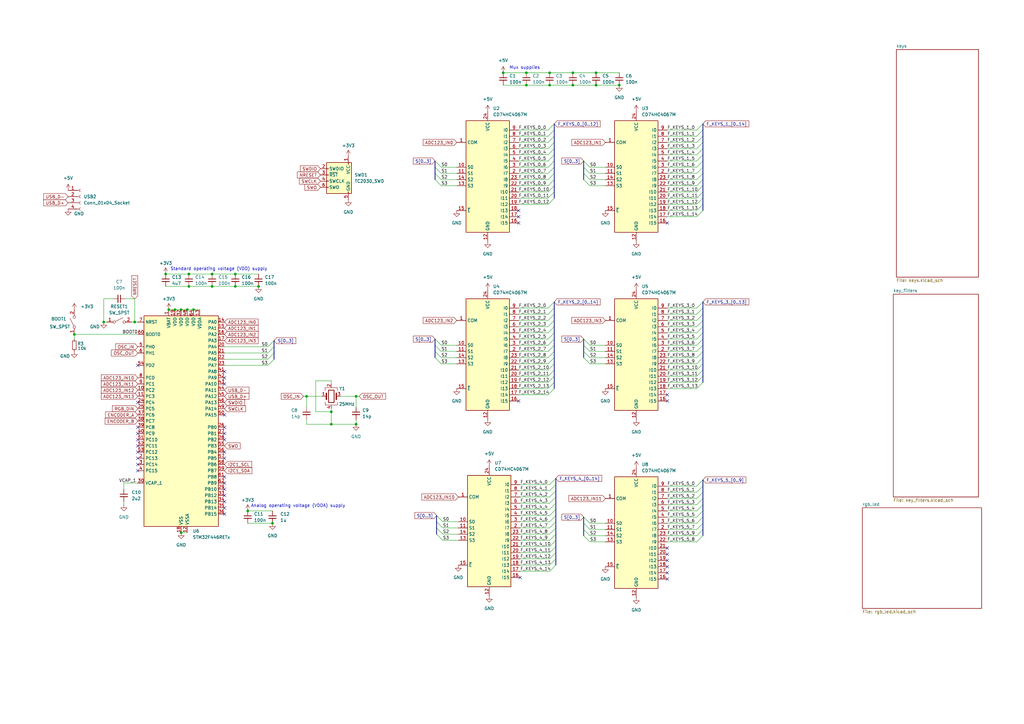
<source format=kicad_sch>
(kicad_sch (version 20230121) (generator eeschema)
  (paper "A3")
  (junction (at 74.295 218.44))
  (junction (at 55.245 132.08))
  (junction (at 96.52 112.395))
  (junction (at 86.995 117.475))
  (junction (at 96.52 117.475))
  (junction (at 234.95 29.845))
  (junction (at 74.295 127))
  (junction (at 206.375 29.845))
  (junction (at 77.47 112.395))
  (junction (at 79.375 127))
  (junction (at 69.215 127))
  (junction (at 42.545 132.08))
  (junction (at 234.95 34.925))
  (junction (at 67.945 112.395))
  (junction (at 101.6 209.55))
  (junction (at 77.47 117.475))
  (junction (at 71.755 127))
  (junction (at 146.05 162.56))
  (junction (at 125.73 162.56))
  (junction (at 30.48 137.16))
  (junction (at 244.475 29.845))
  (junction (at 106.045 117.475))
  (junction (at 86.995 112.395))
  (junction (at 215.9 29.845))
  (junction (at 225.425 29.845))
  (junction (at 146.05 173.99))
  (junction (at 225.425 34.925))
  (junction (at 111.76 214.63))
  (junction (at 135.89 173.99))
  (junction (at 76.835 127))
  (junction (at 254 34.925))
  (junction (at 215.9 34.925))
  (junction (at 135.89 168.91))
  (junction (at 244.475 34.925))
  (no_connect (at 273.685 224.79))
  (no_connect (at 92.075 210.82))
  (no_connect (at 56.515 175.26))
  (no_connect (at 212.725 91.44))
  (no_connect (at 56.515 149.86))
  (no_connect (at 273.685 237.49))
  (no_connect (at 92.075 195.58))
  (no_connect (at 212.725 88.9))
  (no_connect (at 56.515 185.42))
  (no_connect (at 92.075 205.74))
  (no_connect (at 92.075 185.42))
  (no_connect (at 92.075 203.2))
  (no_connect (at 212.725 164.465))
  (no_connect (at 56.515 165.1))
  (no_connect (at 92.075 175.26))
  (no_connect (at 92.075 187.96))
  (no_connect (at 92.075 177.8))
  (no_connect (at 56.515 187.96))
  (no_connect (at 273.685 234.95))
  (no_connect (at 56.515 177.8))
  (no_connect (at 212.725 86.36))
  (no_connect (at 56.515 193.04))
  (no_connect (at 92.075 180.34))
  (no_connect (at 92.075 154.94))
  (no_connect (at 56.515 190.5))
  (no_connect (at 56.515 182.88))
  (no_connect (at 273.685 227.33))
  (no_connect (at 92.075 157.48))
  (no_connect (at 92.075 170.18))
  (no_connect (at 92.075 198.12))
  (no_connect (at 273.685 229.87))
  (no_connect (at 273.685 161.925))
  (no_connect (at 92.075 152.4))
  (no_connect (at 92.075 200.66))
  (no_connect (at 213.36 236.855))
  (no_connect (at 56.515 180.34))
  (no_connect (at 273.685 164.465))
  (no_connect (at 273.685 232.41))
  (no_connect (at 273.685 91.44))
  (no_connect (at 92.075 208.28))
  (bus_entry (at 224.79 81.28) (size 2.54 -2.54))
  (bus_entry (at 285.75 217.17) (size 2.54 -2.54))
  (bus_entry (at 285.75 63.5) (size 2.54 -2.54))
  (bus_entry (at 225.425 206.375) (size 2.54 -2.54))
  (bus_entry (at 285.75 68.58) (size 2.54 -2.54))
  (bus_entry (at 239.395 144.145) (size 2.54 2.54))
  (bus_entry (at 225.425 226.695) (size 2.54 -2.54))
  (bus_entry (at 239.395 66.04) (size 2.54 2.54))
  (bus_entry (at 224.79 149.225) (size 2.54 -2.54))
  (bus_entry (at 285.75 55.88) (size 2.54 -2.54))
  (bus_entry (at 112.395 144.78) (size -2.54 2.54))
  (bus_entry (at 225.425 208.915) (size 2.54 -2.54))
  (bus_entry (at 179.07 211.455) (size 2.54 2.54))
  (bus_entry (at 224.79 55.88) (size 2.54 -2.54))
  (bus_entry (at 225.425 211.455) (size 2.54 -2.54))
  (bus_entry (at 285.75 60.96) (size 2.54 -2.54))
  (bus_entry (at 224.79 78.74) (size 2.54 -2.54))
  (bus_entry (at 224.79 53.34) (size 2.54 -2.54))
  (bus_entry (at 239.395 141.605) (size 2.54 2.54))
  (bus_entry (at 239.395 214.63) (size 2.54 2.54))
  (bus_entry (at 224.79 68.58) (size 2.54 -2.54))
  (bus_entry (at 225.425 201.295) (size 2.54 -2.54))
  (bus_entry (at 285.75 58.42) (size 2.54 -2.54))
  (bus_entry (at 224.79 139.065) (size 2.54 -2.54))
  (bus_entry (at 285.75 212.09) (size 2.54 -2.54))
  (bus_entry (at 224.79 141.605) (size 2.54 -2.54))
  (bus_entry (at 224.79 63.5) (size 2.54 -2.54))
  (bus_entry (at 224.79 60.96) (size 2.54 -2.54))
  (bus_entry (at 225.425 198.755) (size 2.54 -2.54))
  (bus_entry (at 285.75 149.225) (size 2.54 -2.54))
  (bus_entry (at 285.75 151.765) (size 2.54 -2.54))
  (bus_entry (at 225.425 221.615) (size 2.54 -2.54))
  (bus_entry (at 285.75 131.445) (size 2.54 -2.54))
  (bus_entry (at 225.425 219.075) (size 2.54 -2.54))
  (bus_entry (at 225.425 234.315) (size 2.54 -2.54))
  (bus_entry (at 285.75 128.905) (size 2.54 -2.54))
  (bus_entry (at 285.75 214.63) (size 2.54 -2.54))
  (bus_entry (at 285.75 141.605) (size 2.54 -2.54))
  (bus_entry (at 225.425 216.535) (size 2.54 -2.54))
  (bus_entry (at 285.75 81.28) (size 2.54 -2.54))
  (bus_entry (at 179.07 219.075) (size 2.54 2.54))
  (bus_entry (at 285.75 66.04) (size 2.54 -2.54))
  (bus_entry (at 112.395 147.32) (size -2.54 2.54))
  (bus_entry (at 178.435 139.065) (size 2.54 2.54))
  (bus_entry (at 239.395 212.09) (size 2.54 2.54))
  (bus_entry (at 224.79 136.525) (size 2.54 -2.54))
  (bus_entry (at 285.75 136.525) (size 2.54 -2.54))
  (bus_entry (at 178.435 73.66) (size 2.54 2.54))
  (bus_entry (at 239.395 219.71) (size 2.54 2.54))
  (bus_entry (at 179.07 216.535) (size 2.54 2.54))
  (bus_entry (at 285.75 209.55) (size 2.54 -2.54))
  (bus_entry (at 239.395 71.12) (size 2.54 2.54))
  (bus_entry (at 285.75 126.365) (size 2.54 -2.54))
  (bus_entry (at 224.79 146.685) (size 2.54 -2.54))
  (bus_entry (at 285.75 53.34) (size 2.54 -2.54))
  (bus_entry (at 224.79 154.305) (size 2.54 -2.54))
  (bus_entry (at 239.395 73.66) (size 2.54 2.54))
  (bus_entry (at 178.435 146.685) (size 2.54 2.54))
  (bus_entry (at 285.75 78.74) (size 2.54 -2.54))
  (bus_entry (at 224.79 73.66) (size 2.54 -2.54))
  (bus_entry (at 224.79 58.42) (size 2.54 -2.54))
  (bus_entry (at 239.395 139.065) (size 2.54 2.54))
  (bus_entry (at 285.75 199.39) (size 2.54 -2.54))
  (bus_entry (at 225.425 231.775) (size 2.54 -2.54))
  (bus_entry (at 285.75 204.47) (size 2.54 -2.54))
  (bus_entry (at 178.435 144.145) (size 2.54 2.54))
  (bus_entry (at 224.79 128.905) (size 2.54 -2.54))
  (bus_entry (at 285.75 133.985) (size 2.54 -2.54))
  (bus_entry (at 239.395 68.58) (size 2.54 2.54))
  (bus_entry (at 285.75 207.01) (size 2.54 -2.54))
  (bus_entry (at 224.79 161.925) (size 2.54 -2.54))
  (bus_entry (at 178.435 68.58) (size 2.54 2.54))
  (bus_entry (at 285.75 88.9) (size 2.54 -2.54))
  (bus_entry (at 285.75 146.685) (size 2.54 -2.54))
  (bus_entry (at 225.425 224.155) (size 2.54 -2.54))
  (bus_entry (at 178.435 141.605) (size 2.54 2.54))
  (bus_entry (at 178.435 66.04) (size 2.54 2.54))
  (bus_entry (at 224.79 76.2) (size 2.54 -2.54))
  (bus_entry (at 112.395 142.24) (size -2.54 2.54))
  (bus_entry (at 285.75 156.845) (size 2.54 -2.54))
  (bus_entry (at 285.75 139.065) (size 2.54 -2.54))
  (bus_entry (at 285.75 159.385) (size 2.54 -2.54))
  (bus_entry (at 178.435 71.12) (size 2.54 2.54))
  (bus_entry (at 224.79 156.845) (size 2.54 -2.54))
  (bus_entry (at 285.75 73.66) (size 2.54 -2.54))
  (bus_entry (at 225.425 203.835) (size 2.54 -2.54))
  (bus_entry (at 225.425 213.995) (size 2.54 -2.54))
  (bus_entry (at 225.425 229.235) (size 2.54 -2.54))
  (bus_entry (at 224.79 144.145) (size 2.54 -2.54))
  (bus_entry (at 285.75 76.2) (size 2.54 -2.54))
  (bus_entry (at 224.79 159.385) (size 2.54 -2.54))
  (bus_entry (at 285.75 86.36) (size 2.54 -2.54))
  (bus_entry (at 224.79 131.445) (size 2.54 -2.54))
  (bus_entry (at 239.395 217.17) (size 2.54 2.54))
  (bus_entry (at 285.75 201.93) (size 2.54 -2.54))
  (bus_entry (at 224.79 151.765) (size 2.54 -2.54))
  (bus_entry (at 224.79 126.365) (size 2.54 -2.54))
  (bus_entry (at 285.75 154.305) (size 2.54 -2.54))
  (bus_entry (at 224.79 133.985) (size 2.54 -2.54))
  (bus_entry (at 285.75 219.71) (size 2.54 -2.54))
  (bus_entry (at 224.79 71.12) (size 2.54 -2.54))
  (bus_entry (at 179.07 213.995) (size 2.54 2.54))
  (bus_entry (at 239.395 146.685) (size 2.54 2.54))
  (bus_entry (at 224.79 83.82) (size 2.54 -2.54))
  (bus_entry (at 285.75 83.82) (size 2.54 -2.54))
  (bus_entry (at 285.75 71.12) (size 2.54 -2.54))
  (bus_entry (at 285.75 222.25) (size 2.54 -2.54))
  (bus_entry (at 112.395 139.7) (size -2.54 2.54))
  (bus_entry (at 285.75 144.145) (size 2.54 -2.54))
  (bus_entry (at 224.79 66.04) (size 2.54 -2.54))
  (wire (pts (xy 50.8 198.12) (xy 50.8 200.66)))
  (wire (pts (xy 180.975 149.225) (xy 187.325 149.225)))
  (bus (pts (xy 288.29 209.55) (xy 288.29 212.09)))
  (bus (pts (xy 227.33 53.34) (xy 227.33 55.88)))
  (wire (pts (xy 146.05 162.56) (xy 146.05 167.005)))
  (wire (pts (xy 241.935 217.17) (xy 248.285 217.17)))
  (bus (pts (xy 288.29 66.04) (xy 288.29 68.58)))
  (bus (pts (xy 288.29 81.28) (xy 288.29 83.82)))
  (bus (pts (xy 227.965 216.535) (xy 227.965 219.075)))
  (bus (pts (xy 227.33 156.845) (xy 227.33 159.385)))
  (wire (pts (xy 86.995 112.395) (xy 96.52 112.395)))
  (bus (pts (xy 178.435 71.12) (xy 178.435 73.66)))
  (wire (pts (xy 224.79 151.765) (xy 212.725 151.765)))
  (wire (pts (xy 285.75 63.5) (xy 273.685 63.5)))
  (wire (pts (xy 273.685 58.42) (xy 285.75 58.42)))
  (bus (pts (xy 227.33 55.88) (xy 227.33 58.42)))
  (wire (pts (xy 125.73 173.99) (xy 135.89 173.99)))
  (bus (pts (xy 227.965 201.295) (xy 227.965 203.835)))
  (wire (pts (xy 101.6 209.55) (xy 111.76 209.55)))
  (wire (pts (xy 181.61 213.995) (xy 187.96 213.995)))
  (wire (pts (xy 225.425 221.615) (xy 213.36 221.615)))
  (wire (pts (xy 285.75 136.525) (xy 273.685 136.525)))
  (bus (pts (xy 288.29 53.34) (xy 288.29 55.88)))
  (bus (pts (xy 288.29 207.01) (xy 288.29 209.55)))
  (wire (pts (xy 46.355 122.555) (xy 42.545 122.555)))
  (wire (pts (xy 285.75 133.985) (xy 273.685 133.985)))
  (bus (pts (xy 178.435 141.605) (xy 178.435 144.145)))
  (wire (pts (xy 129.54 156.21) (xy 129.54 168.91)))
  (wire (pts (xy 241.935 68.58) (xy 248.285 68.58)))
  (wire (pts (xy 224.79 83.82) (xy 212.725 83.82)))
  (wire (pts (xy 212.725 131.445) (xy 224.79 131.445)))
  (wire (pts (xy 30.48 137.16) (xy 56.515 137.16)))
  (wire (pts (xy 79.375 127) (xy 81.915 127)))
  (wire (pts (xy 285.75 66.04) (xy 273.685 66.04)))
  (bus (pts (xy 227.33 58.42) (xy 227.33 60.96)))
  (bus (pts (xy 239.395 214.63) (xy 239.395 217.17)))
  (wire (pts (xy 241.935 222.25) (xy 248.285 222.25)))
  (wire (pts (xy 30.48 139.065) (xy 30.48 137.16)))
  (wire (pts (xy 225.425 206.375) (xy 213.36 206.375)))
  (wire (pts (xy 96.52 117.475) (xy 106.045 117.475)))
  (wire (pts (xy 181.61 221.615) (xy 187.96 221.615)))
  (bus (pts (xy 227.33 146.685) (xy 227.33 149.225)))
  (wire (pts (xy 135.89 173.99) (xy 146.05 173.99)))
  (wire (pts (xy 285.75 146.685) (xy 273.685 146.685)))
  (bus (pts (xy 288.29 58.42) (xy 288.29 60.96)))
  (wire (pts (xy 92.075 149.86) (xy 109.855 149.86)))
  (wire (pts (xy 180.975 144.145) (xy 187.325 144.145)))
  (wire (pts (xy 146.05 173.99) (xy 146.05 172.085)))
  (wire (pts (xy 285.75 214.63) (xy 273.685 214.63)))
  (bus (pts (xy 227.965 219.075) (xy 227.965 221.615)))
  (wire (pts (xy 206.375 34.925) (xy 215.9 34.925)))
  (bus (pts (xy 112.395 144.78) (xy 112.395 147.32)))
  (wire (pts (xy 285.75 60.96) (xy 273.685 60.96)))
  (bus (pts (xy 227.33 131.445) (xy 227.33 133.985)))
  (wire (pts (xy 77.47 112.395) (xy 86.995 112.395)))
  (wire (pts (xy 285.75 68.58) (xy 273.685 68.58)))
  (wire (pts (xy 225.425 213.995) (xy 213.36 213.995)))
  (wire (pts (xy 285.75 149.225) (xy 273.685 149.225)))
  (wire (pts (xy 146.05 162.56) (xy 139.7 162.56)))
  (wire (pts (xy 224.79 76.2) (xy 212.725 76.2)))
  (wire (pts (xy 241.935 71.12) (xy 248.285 71.12)))
  (bus (pts (xy 288.29 133.985) (xy 288.29 136.525)))
  (bus (pts (xy 227.33 63.5) (xy 227.33 66.04)))
  (bus (pts (xy 227.33 76.2) (xy 227.33 78.74)))
  (bus (pts (xy 288.29 141.605) (xy 288.29 144.145)))
  (bus (pts (xy 227.965 198.755) (xy 227.965 201.295)))
  (wire (pts (xy 212.725 53.34) (xy 224.79 53.34)))
  (bus (pts (xy 227.33 133.985) (xy 227.33 136.525)))
  (bus (pts (xy 288.29 146.685) (xy 288.29 149.225)))
  (wire (pts (xy 241.935 219.71) (xy 248.285 219.71)))
  (wire (pts (xy 285.75 83.82) (xy 273.685 83.82)))
  (bus (pts (xy 288.29 68.58) (xy 288.29 71.12)))
  (bus (pts (xy 288.29 204.47) (xy 288.29 207.01)))
  (bus (pts (xy 227.965 208.915) (xy 227.965 211.455)))
  (wire (pts (xy 180.975 146.685) (xy 187.325 146.685)))
  (wire (pts (xy 241.935 149.225) (xy 248.285 149.225)))
  (wire (pts (xy 225.425 219.075) (xy 213.36 219.075)))
  (bus (pts (xy 239.395 66.04) (xy 239.395 68.58)))
  (wire (pts (xy 285.75 81.28) (xy 273.685 81.28)))
  (wire (pts (xy 273.685 126.365) (xy 285.75 126.365)))
  (wire (pts (xy 234.95 34.925) (xy 244.475 34.925)))
  (wire (pts (xy 285.75 212.09) (xy 273.685 212.09)))
  (wire (pts (xy 55.245 122.555) (xy 55.245 132.08)))
  (wire (pts (xy 69.215 127) (xy 71.755 127)))
  (bus (pts (xy 227.33 68.58) (xy 227.33 71.12)))
  (wire (pts (xy 241.935 146.685) (xy 248.285 146.685)))
  (wire (pts (xy 285.75 159.385) (xy 273.685 159.385)))
  (wire (pts (xy 225.425 29.845) (xy 234.95 29.845)))
  (bus (pts (xy 288.29 149.225) (xy 288.29 151.765)))
  (bus (pts (xy 227.965 229.235) (xy 227.965 231.775)))
  (bus (pts (xy 288.29 212.09) (xy 288.29 214.63)))
  (bus (pts (xy 227.33 78.74) (xy 227.33 81.28)))
  (bus (pts (xy 239.395 144.145) (xy 239.395 146.685)))
  (wire (pts (xy 125.73 172.085) (xy 125.73 173.99)))
  (bus (pts (xy 112.395 142.24) (xy 112.395 144.78)))
  (bus (pts (xy 288.29 63.5) (xy 288.29 66.04)))
  (wire (pts (xy 125.73 162.56) (xy 125.73 167.005)))
  (wire (pts (xy 180.975 68.58) (xy 187.325 68.58)))
  (wire (pts (xy 135.89 156.21) (xy 135.89 157.48)))
  (bus (pts (xy 227.33 66.04) (xy 227.33 68.58)))
  (bus (pts (xy 227.33 151.765) (xy 227.33 154.305)))
  (bus (pts (xy 239.395 141.605) (xy 239.395 144.145)))
  (bus (pts (xy 288.29 201.93) (xy 288.29 204.47)))
  (bus (pts (xy 227.33 71.12) (xy 227.33 73.66)))
  (wire (pts (xy 101.6 214.63) (xy 111.76 214.63)))
  (bus (pts (xy 288.29 131.445) (xy 288.29 133.985)))
  (bus (pts (xy 288.29 154.305) (xy 288.29 156.845)))
  (wire (pts (xy 124.46 162.56) (xy 125.73 162.56)))
  (bus (pts (xy 178.435 66.04) (xy 178.435 68.58)))
  (wire (pts (xy 180.975 76.2) (xy 187.325 76.2)))
  (wire (pts (xy 42.545 132.08) (xy 43.815 132.08)))
  (wire (pts (xy 71.755 127) (xy 74.295 127)))
  (wire (pts (xy 224.79 149.225) (xy 212.725 149.225)))
  (wire (pts (xy 285.75 88.9) (xy 273.685 88.9)))
  (bus (pts (xy 239.395 212.09) (xy 239.395 214.63)))
  (wire (pts (xy 224.79 146.685) (xy 212.725 146.685)))
  (bus (pts (xy 288.29 73.66) (xy 288.29 76.2)))
  (wire (pts (xy 56.515 198.12) (xy 50.8 198.12)))
  (bus (pts (xy 179.07 216.535) (xy 179.07 219.075)))
  (bus (pts (xy 178.435 144.145) (xy 178.435 146.685)))
  (wire (pts (xy 285.75 154.305) (xy 273.685 154.305)))
  (wire (pts (xy 53.975 132.08) (xy 55.245 132.08)))
  (wire (pts (xy 180.975 73.66) (xy 187.325 73.66)))
  (wire (pts (xy 181.61 219.075) (xy 187.96 219.075)))
  (wire (pts (xy 273.685 53.34) (xy 285.75 53.34)))
  (bus (pts (xy 227.33 60.96) (xy 227.33 63.5)))
  (bus (pts (xy 178.435 68.58) (xy 178.435 71.12)))
  (wire (pts (xy 285.75 73.66) (xy 273.685 73.66)))
  (bus (pts (xy 288.29 128.905) (xy 288.29 131.445)))
  (bus (pts (xy 227.965 203.835) (xy 227.965 206.375)))
  (wire (pts (xy 74.295 218.44) (xy 76.835 218.44)))
  (wire (pts (xy 213.36 198.755) (xy 225.425 198.755)))
  (wire (pts (xy 225.425 229.235) (xy 213.36 229.235)))
  (wire (pts (xy 241.935 73.66) (xy 248.285 73.66)))
  (wire (pts (xy 135.89 168.91) (xy 135.89 167.64)))
  (wire (pts (xy 224.79 73.66) (xy 212.725 73.66)))
  (bus (pts (xy 178.435 139.065) (xy 178.435 141.605)))
  (bus (pts (xy 288.29 136.525) (xy 288.29 139.065)))
  (bus (pts (xy 227.965 196.215) (xy 227.965 198.755)))
  (wire (pts (xy 285.75 207.01) (xy 273.685 207.01)))
  (bus (pts (xy 227.33 50.8) (xy 227.33 53.34)))
  (wire (pts (xy 213.36 201.295) (xy 225.425 201.295)))
  (wire (pts (xy 225.425 224.155) (xy 213.36 224.155)))
  (bus (pts (xy 288.29 199.39) (xy 288.29 201.93)))
  (wire (pts (xy 215.9 29.845) (xy 225.425 29.845)))
  (bus (pts (xy 288.29 76.2) (xy 288.29 78.74)))
  (wire (pts (xy 225.425 34.925) (xy 234.95 34.925)))
  (wire (pts (xy 241.935 144.145) (xy 248.285 144.145)))
  (bus (pts (xy 227.965 206.375) (xy 227.965 208.915)))
  (wire (pts (xy 67.945 112.395) (xy 77.47 112.395)))
  (bus (pts (xy 227.965 224.155) (xy 227.965 226.695)))
  (bus (pts (xy 227.33 123.825) (xy 227.33 126.365)))
  (bus (pts (xy 288.29 214.63) (xy 288.29 217.17)))
  (wire (pts (xy 273.685 128.905) (xy 285.75 128.905)))
  (wire (pts (xy 224.79 66.04) (xy 212.725 66.04)))
  (wire (pts (xy 92.075 144.78) (xy 109.855 144.78)))
  (wire (pts (xy 241.935 141.605) (xy 248.285 141.605)))
  (wire (pts (xy 225.425 234.315) (xy 213.36 234.315)))
  (wire (pts (xy 92.075 147.32) (xy 109.855 147.32)))
  (wire (pts (xy 285.75 144.145) (xy 273.685 144.145)))
  (wire (pts (xy 285.75 86.36) (xy 273.685 86.36)))
  (bus (pts (xy 227.33 149.225) (xy 227.33 151.765)))
  (bus (pts (xy 288.29 151.765) (xy 288.29 154.305)))
  (wire (pts (xy 225.425 216.535) (xy 213.36 216.535)))
  (wire (pts (xy 50.8 207.01) (xy 50.8 205.74)))
  (wire (pts (xy 74.295 127) (xy 76.835 127)))
  (bus (pts (xy 227.33 154.305) (xy 227.33 156.845)))
  (wire (pts (xy 224.79 141.605) (xy 212.725 141.605)))
  (wire (pts (xy 241.935 214.63) (xy 248.285 214.63)))
  (wire (pts (xy 42.545 122.555) (xy 42.545 132.08)))
  (bus (pts (xy 288.29 55.88) (xy 288.29 58.42)))
  (wire (pts (xy 285.75 78.74) (xy 273.685 78.74)))
  (wire (pts (xy 180.975 71.12) (xy 187.325 71.12)))
  (bus (pts (xy 239.395 68.58) (xy 239.395 71.12)))
  (bus (pts (xy 288.29 139.065) (xy 288.29 141.605)))
  (wire (pts (xy 206.375 29.845) (xy 215.9 29.845)))
  (wire (pts (xy 225.425 208.915) (xy 213.36 208.915)))
  (bus (pts (xy 227.33 139.065) (xy 227.33 141.605)))
  (wire (pts (xy 224.79 133.985) (xy 212.725 133.985)))
  (bus (pts (xy 227.965 213.995) (xy 227.965 216.535)))
  (wire (pts (xy 92.075 142.24) (xy 109.855 142.24)))
  (wire (pts (xy 225.425 211.455) (xy 213.36 211.455)))
  (wire (pts (xy 285.75 151.765) (xy 273.685 151.765)))
  (bus (pts (xy 227.33 136.525) (xy 227.33 139.065)))
  (bus (pts (xy 179.07 211.455) (xy 179.07 213.995)))
  (bus (pts (xy 239.395 139.065) (xy 239.395 141.605)))
  (bus (pts (xy 112.395 139.7) (xy 112.395 142.24)))
  (wire (pts (xy 224.79 154.305) (xy 212.725 154.305)))
  (wire (pts (xy 213.36 203.835) (xy 225.425 203.835)))
  (wire (pts (xy 224.79 136.525) (xy 212.725 136.525)))
  (wire (pts (xy 212.725 55.88) (xy 224.79 55.88)))
  (bus (pts (xy 288.29 83.82) (xy 288.29 86.36)))
  (wire (pts (xy 181.61 216.535) (xy 187.96 216.535)))
  (wire (pts (xy 224.79 139.065) (xy 212.725 139.065)))
  (wire (pts (xy 224.79 68.58) (xy 212.725 68.58)))
  (bus (pts (xy 288.29 126.365) (xy 288.29 128.905)))
  (wire (pts (xy 51.435 122.555) (xy 55.245 122.555)))
  (wire (pts (xy 285.75 76.2) (xy 273.685 76.2)))
  (wire (pts (xy 285.75 222.25) (xy 273.685 222.25)))
  (bus (pts (xy 227.965 226.695) (xy 227.965 229.235)))
  (wire (pts (xy 285.75 71.12) (xy 273.685 71.12)))
  (wire (pts (xy 76.835 127) (xy 79.375 127)))
  (bus (pts (xy 227.33 144.145) (xy 227.33 146.685)))
  (wire (pts (xy 55.245 132.08) (xy 56.515 132.08)))
  (wire (pts (xy 77.47 117.475) (xy 86.995 117.475)))
  (wire (pts (xy 224.79 144.145) (xy 212.725 144.145)))
  (wire (pts (xy 224.79 78.74) (xy 212.725 78.74)))
  (wire (pts (xy 285.75 219.71) (xy 273.685 219.71)))
  (wire (pts (xy 212.725 58.42) (xy 224.79 58.42)))
  (wire (pts (xy 273.685 201.93) (xy 285.75 201.93)))
  (bus (pts (xy 227.33 73.66) (xy 227.33 76.2)))
  (wire (pts (xy 224.79 156.845) (xy 212.725 156.845)))
  (wire (pts (xy 135.89 156.21) (xy 129.54 156.21)))
  (wire (pts (xy 224.79 161.925) (xy 212.725 161.925)))
  (wire (pts (xy 285.75 209.55) (xy 273.685 209.55)))
  (wire (pts (xy 224.79 63.5) (xy 212.725 63.5)))
  (bus (pts (xy 239.395 217.17) (xy 239.395 219.71)))
  (bus (pts (xy 288.29 78.74) (xy 288.29 81.28)))
  (wire (pts (xy 285.75 139.065) (xy 273.685 139.065)))
  (bus (pts (xy 227.33 126.365) (xy 227.33 128.905)))
  (bus (pts (xy 227.965 211.455) (xy 227.965 213.995)))
  (wire (pts (xy 86.995 117.475) (xy 96.52 117.475)))
  (wire (pts (xy 215.9 34.925) (xy 225.425 34.925)))
  (bus (pts (xy 288.29 196.85) (xy 288.29 199.39)))
  (bus (pts (xy 288.29 50.8) (xy 288.29 53.34)))
  (wire (pts (xy 125.73 162.56) (xy 132.08 162.56)))
  (wire (pts (xy 96.52 112.395) (xy 106.045 112.395)))
  (bus (pts (xy 288.29 71.12) (xy 288.29 73.66)))
  (wire (pts (xy 285.75 141.605) (xy 273.685 141.605)))
  (wire (pts (xy 244.475 29.845) (xy 254 29.845)))
  (bus (pts (xy 227.965 221.615) (xy 227.965 224.155)))
  (wire (pts (xy 225.425 226.695) (xy 213.36 226.695)))
  (wire (pts (xy 273.685 204.47) (xy 285.75 204.47)))
  (wire (pts (xy 180.975 141.605) (xy 187.325 141.605)))
  (wire (pts (xy 224.79 71.12) (xy 212.725 71.12)))
  (wire (pts (xy 212.725 128.905) (xy 224.79 128.905)))
  (wire (pts (xy 224.79 60.96) (xy 212.725 60.96)))
  (wire (pts (xy 285.75 217.17) (xy 273.685 217.17)))
  (bus (pts (xy 288.29 60.96) (xy 288.29 63.5)))
  (bus (pts (xy 288.29 123.825) (xy 288.29 126.365)))
  (bus (pts (xy 179.07 213.995) (xy 179.07 216.535)))
  (wire (pts (xy 234.95 29.845) (xy 244.475 29.845)))
  (wire (pts (xy 241.935 76.2) (xy 248.285 76.2)))
  (wire (pts (xy 67.945 117.475) (xy 77.47 117.475)))
  (wire (pts (xy 129.54 168.91) (xy 135.89 168.91)))
  (wire (pts (xy 273.685 131.445) (xy 285.75 131.445)))
  (wire (pts (xy 225.425 231.775) (xy 213.36 231.775)))
  (bus (pts (xy 288.29 217.17) (xy 288.29 219.71)))
  (wire (pts (xy 273.685 55.88) (xy 285.75 55.88)))
  (wire (pts (xy 285.75 156.845) (xy 273.685 156.845)))
  (wire (pts (xy 147.32 162.56) (xy 146.05 162.56)))
  (bus (pts (xy 239.395 71.12) (xy 239.395 73.66)))
  (wire (pts (xy 244.475 34.925) (xy 254 34.925)))
  (bus (pts (xy 288.29 144.145) (xy 288.29 146.685)))
  (wire (pts (xy 135.89 168.91) (xy 135.89 173.99)))
  (bus (pts (xy 227.33 141.605) (xy 227.33 144.145)))
  (wire (pts (xy 273.685 199.39) (xy 285.75 199.39)))
  (bus (pts (xy 227.33 128.905) (xy 227.33 131.445)))
  (wire (pts (xy 224.79 159.385) (xy 212.725 159.385)))
  (wire (pts (xy 224.79 81.28) (xy 212.725 81.28)))
  (wire (pts (xy 212.725 126.365) (xy 224.79 126.365)))
  (text "Standard operating voltage (VDD) supply" (at 69.85 111.125 0) (effects (font (size 1.27 1.27)) (justify left bottom)))
  (text "Analog operating voltage (VDDA) supply" (at 102.87 208.28 0) (effects (font (size 1.27 1.27)) (justify left bottom)))
  (text "Mux supplies" (at 208.915 28.575 0) (effects (font (size 1.27 1.27)) (justify left bottom)))
  (label "S0" (at 241.935 68.58 0))
  (label "BOOT0" (at 50.165 137.16 0))
  (label "F_KEYS_0_5" (at 212.725 66.04 0))
  (label "F_KEYS_2_13" (at 212.725 159.385 0))
  (label "F_KEYS_5_3" (at 273.685 207.01 0))
  (label "F_KEYS_4_3" (at 213.36 206.375 0))
  (label "F_KEYS_1_7" (at 273.685 71.12 0))
  (label "F_KEYS_2_4" (at 212.725 136.525 0))
  (label "F_KEYS_5_0" (at 273.685 199.39 0))
  (label "F_KEYS_3_1" (at 273.685 128.905 0))
  (label "F_KEYS_1_13" (at 273.685 86.36 0))
  (label "S0" (at 241.935 214.63 0))
  (label "F_KEYS_1_6" (at 273.685 68.58 0))
  (label "F_KEYS_2_14" (at 212.725 161.925 0))
  (label "F_KEYS_3_10" (at 273.685 151.765 0))
  (label "F_KEYS_2_11" (at 212.725 154.305 0))
  (label "S2" (at 180.975 146.685 0))
  (label "S2" (at 181.61 219.075 0))
  (label "S1" (at 109.855 144.78 180))
  (label "F_KEYS_2_8" (at 212.725 146.685 0))
  (label "F_KEYS_4_7" (at 213.36 216.535 0))
  (label "F_KEYS_5_4" (at 273.685 209.55 0))
  (label "F_KEYS_1_10" (at 273.685 78.74 0))
  (label "F_KEYS_2_3" (at 212.725 133.985 0))
  (label "F_KEYS_2_12" (at 212.725 156.845 0))
  (label "F_KEYS_1_14" (at 273.685 88.9 0))
  (label "F_KEYS_3_8" (at 273.685 146.685 0))
  (label "F_KEYS_2_7" (at 212.725 144.145 0))
  (label "F_KEYS_4_9" (at 213.36 221.615 0))
  (label "S2" (at 241.935 146.685 0))
  (label "F_KEYS_0_8" (at 212.725 73.66 0))
  (label "F_KEYS_5_2" (at 273.685 204.47 0))
  (label "F_KEYS_3_2" (at 273.685 131.445 0))
  (label "F_KEYS_3_11" (at 273.685 154.305 0))
  (label "F_KEYS_5_6" (at 273.685 214.63 0))
  (label "S3" (at 180.975 76.2 0))
  (label "F_KEYS_3_6" (at 273.685 141.605 0))
  (label "S3" (at 181.61 221.615 0))
  (label "S0" (at 109.855 142.24 180))
  (label "S0" (at 180.975 141.605 0))
  (label "S1" (at 241.935 144.145 0))
  (label "F_KEYS_3_7" (at 273.685 144.145 0))
  (label "F_KEYS_4_10" (at 213.36 224.155 0))
  (label "F_KEYS_2_5" (at 212.725 139.065 0))
  (label "S2" (at 241.935 73.66 0))
  (label "F_KEYS_1_11" (at 273.685 81.28 0))
  (label "F_KEYS_0_9" (at 212.725 76.2 0))
  (label "F_KEYS_3_3" (at 273.685 133.985 0))
  (label "F_KEYS_0_1" (at 212.725 55.88 0))
  (label "F_KEYS_3_12" (at 273.685 156.845 0))
  (label "F_KEYS_5_1" (at 273.685 201.93 0))
  (label "VCAP_1" (at 55.88 198.12 180))
  (label "S0" (at 180.975 68.58 0))
  (label "F_KEYS_1_2" (at 273.685 58.42 0))
  (label "F_KEYS_1_1" (at 273.685 55.88 0))
  (label "F_KEYS_0_12" (at 212.725 83.82 0))
  (label "S3" (at 180.975 149.225 0))
  (label "S1" (at 180.975 71.12 0))
  (label "F_KEYS_1_4" (at 273.685 63.5 0))
  (label "F_KEYS_5_5" (at 273.685 212.09 0))
  (label "S2" (at 241.935 219.71 0))
  (label "F_KEYS_4_12" (at 213.36 229.235 0))
  (label "F_KEYS_4_0" (at 213.36 198.755 0))
  (label "F_KEYS_5_7" (at 273.685 217.17 0))
  (label "F_KEYS_4_11" (at 213.36 226.695 0))
  (label "F_KEYS_4_8" (at 213.36 219.075 0))
  (label "F_KEYS_2_2" (at 212.725 131.445 0))
  (label "F_KEYS_3_4" (at 273.685 136.525 0))
  (label "F_KEYS_0_10" (at 212.725 78.74 0))
  (label "S1" (at 241.935 71.12 0))
  (label "F_KEYS_0_11" (at 212.725 81.28 0))
  (label "F_KEYS_2_1" (at 212.725 128.905 0))
  (label "S3" (at 241.935 149.225 0))
  (label "F_KEYS_2_6" (at 212.725 141.605 0))
  (label "F_KEYS_4_5" (at 213.36 211.455 0))
  (label "S2" (at 109.855 147.32 180))
  (label "F_KEYS_4_2" (at 213.36 203.835 0))
  (label "S0" (at 181.61 213.995 0))
  (label "F_KEYS_3_0" (at 273.685 126.365 0))
  (label "F_KEYS_3_13" (at 273.685 159.385 0))
  (label "F_KEYS_1_3" (at 273.685 60.96 0))
  (label "F_KEYS_2_0" (at 212.725 126.365 0))
  (label "F_KEYS_0_7" (at 212.725 71.12 0))
  (label "F_KEYS_0_3" (at 212.725 60.96 0))
  (label "F_KEYS_4_13" (at 213.36 231.775 0))
  (label "S1" (at 181.61 216.535 0))
  (label "F_KEYS_1_12" (at 273.685 83.82 0))
  (label "S1" (at 241.935 217.17 0))
  (label "F_KEYS_1_0" (at 273.685 53.34 0))
  (label "F_KEYS_2_9" (at 212.725 149.225 0))
  (label "S2" (at 180.975 73.66 0))
  (label "S0" (at 241.935 141.605 0))
  (label "F_KEYS_1_9" (at 273.685 76.2 0))
  (label "F_KEYS_3_5" (at 273.685 139.065 0))
  (label "F_KEYS_4_4" (at 213.36 208.915 0))
  (label "F_KEYS_5_8" (at 273.685 222.25 0))
  (label "S1" (at 180.975 144.145 0))
  (label "F_KEYS_4_14" (at 213.36 234.315 0))
  (label "F_KEYS_0_2" (at 212.725 58.42 0))
  (label "F_KEYS_3_9" (at 273.685 149.225 0))
  (label "F_KEYS_5_9" (at 273.685 219.71 0))
  (label "F_KEYS_0_4" (at 212.725 63.5 0))
  (label "S3" (at 241.935 76.2 0))
  (label "S3" (at 109.855 149.86 180))
  (label "F_KEYS_1_5" (at 273.685 66.04 0))
  (label "S3" (at 241.935 222.25 0))
  (label "F_KEYS_1_8" (at 273.685 73.66 0))
  (label "F_KEYS_2_10" (at 212.725 151.765 0))
  (label "F_KEYS_0_0" (at 212.725 53.34 0))
  (label "F_KEYS_0_6" (at 212.725 68.58 0))
  (label "F_KEYS_4_6" (at 213.36 213.995 0))
  (label "F_KEYS_4_1" (at 213.36 201.295 0))
  (global_label "S[0..3]" (shape input) (at 178.435 139.065 180) (property "Intersheetrefs" "${INTERSHEET_REFS}" (effects hide)))
  (global_label "F_KEYS_4_[0..14]" (shape input) (at 227.965 196.215 0) (property "Intersheetrefs" "${INTERSHEET_REFS}" (effects hide)))
  (global_label "OSC_OUT" (shape input) (at 147.32 162.56 0) (property "Intersheetrefs" "${INTERSHEET_REFS}" (effects hide)))
  (global_label "S[0..3]" (shape input) (at 239.395 66.04 180) (property "Intersheetrefs" "${INTERSHEET_REFS}" (effects hide)))
  (global_label "F_KEYS_2_[0..14]" (shape input) (at 227.33 123.825 0) (property "Intersheetrefs" "${INTERSHEET_REFS}" (effects hide)))
  (global_label "USB_D+" (shape input) (at 92.075 162.56 0) (property "Intersheetrefs" "${INTERSHEET_REFS}" (effects hide)))
  (global_label "S[0..3]" (shape input) (at 112.395 139.7 0) (property "Intersheetrefs" "${INTERSHEET_REFS}" (effects hide)))
  (global_label "SWCLK" (shape input) (at 92.075 167.64 0) (property "Intersheetrefs" "${INTERSHEET_REFS}" (effects hide)))
  (global_label "USB_D-" (shape input) (at 92.075 160.02 0) (property "Intersheetrefs" "${INTERSHEET_REFS}" (effects hide)))
  (global_label "ADC123_IN10" (shape input) (at 187.96 203.835 180) (property "Intersheetrefs" "${INTERSHEET_REFS}" (effects hide)))
  (global_label "F_KEYS_3_[0..13]" (shape input) (at 288.29 123.825 0) (property "Intersheetrefs" "${INTERSHEET_REFS}" (effects hide)))
  (global_label "ENCODER_B" (shape input) (at 56.515 172.72 180) (property "Intersheetrefs" "${INTERSHEET_REFS}" (effects hide)))
  (global_label "S[0..3]" (shape input) (at 239.395 139.065 180) (property "Intersheetrefs" "${INTERSHEET_REFS}" (effects hide)))
  (global_label "OSC_IN" (shape input) (at 124.46 162.56 180) (property "Intersheetrefs" "${INTERSHEET_REFS}" (effects hide)))
  (global_label "USB_D-" (shape input) (at 27.94 80.645 180) (property "Intersheetrefs" "${INTERSHEET_REFS}" (effects hide)))
  (global_label "F_KEYS_5_[0..9]" (shape input) (at 288.29 196.85 0) (property "Intersheetrefs" "${INTERSHEET_REFS}" (effects hide)))
  (global_label "SWO" (shape input) (at 131.445 76.835 180) (property "Intersheetrefs" "${INTERSHEET_REFS}" (effects hide)))
  (global_label "OSC_OUT" (shape input) (at 56.515 144.78 180) (property "Intersheetrefs" "${INTERSHEET_REFS}" (effects hide)))
  (global_label "OSC_IN" (shape input) (at 56.515 142.24 180) (property "Intersheetrefs" "${INTERSHEET_REFS}" (effects hide)))
  (global_label "ADC123_IN12" (shape input) (at 56.515 160.02 180) (property "Intersheetrefs" "${INTERSHEET_REFS}" (effects hide)))
  (global_label "F_KEYS_0_[0..12]" (shape input) (at 227.33 50.8 0) (property "Intersheetrefs" "${INTERSHEET_REFS}" (effects hide)))
  (global_label "ADC123_IN1" (shape input) (at 248.285 58.42 180) (property "Intersheetrefs" "${INTERSHEET_REFS}" (effects hide)))
  (global_label "NRESET" (shape input) (at 131.445 71.755 180) (property "Intersheetrefs" "${INTERSHEET_REFS}" (effects hide)))
  (global_label "ADC123_IN2" (shape input) (at 187.325 131.445 180) (property "Intersheetrefs" "${INTERSHEET_REFS}" (effects hide)))
  (global_label "SWO" (shape input) (at 92.075 182.88 0) (property "Intersheetrefs" "${INTERSHEET_REFS}" (effects hide)))
  (global_label "S[0..3]" (shape input) (at 239.395 212.09 180) (property "Intersheetrefs" "${INTERSHEET_REFS}" (effects hide)))
  (global_label "ADC123_IN10" (shape input) (at 56.515 154.94 180) (property "Intersheetrefs" "${INTERSHEET_REFS}" (effects hide)))
  (global_label "S[0..3]" (shape input) (at 179.07 211.455 180) (property "Intersheetrefs" "${INTERSHEET_REFS}" (effects hide)))
  (global_label "ADC123_IN3" (shape input) (at 248.285 131.445 180) (property "Intersheetrefs" "${INTERSHEET_REFS}" (effects hide)))
  (global_label "ADC123_IN1" (shape input) (at 92.075 134.62 0) (property "Intersheetrefs" "${INTERSHEET_REFS}" (effects hide)))
  (global_label "SWDIO" (shape input) (at 92.075 165.1 0) (property "Intersheetrefs" "${INTERSHEET_REFS}" (effects hide)))
  (global_label "ADC123_IN0" (shape input) (at 187.325 58.42 180) (property "Intersheetrefs" "${INTERSHEET_REFS}" (effects hide)))
  (global_label "NRESET" (shape input) (at 55.245 122.555 90) (property "Intersheetrefs" "${INTERSHEET_REFS}" (effects hide)))
  (global_label "SWDIO" (shape input) (at 131.445 69.215 180) (property "Intersheetrefs" "${INTERSHEET_REFS}" (effects hide)))
  (global_label "S[0..3]" (shape input) (at 178.435 66.04 180) (property "Intersheetrefs" "${INTERSHEET_REFS}" (effects hide)))
  (global_label "ADC123_IN0" (shape input) (at 92.075 132.08 0) (property "Intersheetrefs" "${INTERSHEET_REFS}" (effects hide)))
  (global_label "F_KEYS_1_[0..14]" (shape input) (at 288.29 50.8 0) (property "Intersheetrefs" "${INTERSHEET_REFS}" (effects hide)))
  (global_label "ADC123_IN11" (shape input) (at 248.285 204.47 180) (property "Intersheetrefs" "${INTERSHEET_REFS}" (effects hide)))
  (global_label "RGB_DIN" (shape input) (at 56.515 167.64 180) (property "Intersheetrefs" "${INTERSHEET_REFS}" (effects hide)))
  (global_label "ENCODER_A" (shape input) (at 56.515 170.18 180) (property "Intersheetrefs" "${INTERSHEET_REFS}" (effects hide)))
  (global_label "I2C1_SDA" (shape input) (at 92.075 193.04 0) (property "Intersheetrefs" "${INTERSHEET_REFS}" (effects hide)))
  (global_label "ADC123_IN11" (shape input) (at 56.515 157.48 180) (property "Intersheetrefs" "${INTERSHEET_REFS}" (effects hide)))
  (global_label "ADC123_IN2" (shape input) (at 92.075 137.16 0) (property "Intersheetrefs" "${INTERSHEET_REFS}" (effects hide)))
  (global_label "ADC123_IN3" (shape input) (at 92.075 139.7 0) (property "Intersheetrefs" "${INTERSHEET_REFS}" (effects hide)))
  (global_label "I2C1_SCL" (shape input) (at 92.075 190.5 0) (property "Intersheetrefs" "${INTERSHEET_REFS}" (effects hide)))
  (global_label "USB_D+" (shape input) (at 27.94 83.185 180) (property "Intersheetrefs" "${INTERSHEET_REFS}" (effects hide)))
  (global_label "ADC123_IN13" (shape input) (at 56.515 162.56 180) (property "Intersheetrefs" "${INTERSHEET_REFS}" (effects hide)))
  (global_label "SWCLK" (shape input) (at 131.445 74.295 180) (property "Intersheetrefs" "${INTERSHEET_REFS}" (effects hide)))
  (symbol (lib_id "Device:C_Small") (at 67.945 114.935 0) (unit 1)
    (property "Reference" "C13" (at 70.485 113.6713 0) (effects (justify left)))
    (property "Value" "4u7" (at 70.485 116.2113 0) (effects (justify left)))
    (property "Footprint" "Capacitor_SMD:C_0402_1005Metric" (effects hide))
  )
  (symbol (lib_id "power:+3V3") (at 142.875 64.135 0) (unit 1)
    (property "Reference" "#PWR012" (effects hide))
    (property "Value" "+3V3" (at 142.875 59.69 0))
  )
  (symbol (lib_id "Device:C_Small") (at 206.375 32.385 0) (unit 1)
    (property "Reference" "C1" (at 208.915 31.1213 0) (effects (justify left)))
    (property "Value" "100n" (at 208.915 33.6613 0) (effects (justify left)))
    (property "Footprint" "Capacitor_SMD:C_0402_1005Metric" (effects hide))
  )
  (symbol (lib_id "Device:C_Small") (at 225.425 32.385 0) (unit 1)
    (property "Reference" "C3" (at 227.965 31.1213 0) (effects (justify left)))
    (property "Value" "100n" (at 227.965 33.6613 0) (effects (justify left)))
    (property "Footprint" "Capacitor_SMD:C_0402_1005Metric" (effects hide))
  )
  (symbol (lib_id "power:GND") (at 200.66 244.475 0) (unit 1)
    (property "Reference" "#PWR042" (effects hide))
    (property "Value" "GND" (at 200.66 249.555 0))
  )
  (symbol (lib_id "power:+5V") (at 27.94 78.105 0) (unit 1)
    (property "Reference" "#PWR014" (effects hide))
    (property "Value" "+5V" (at 27.94 73.025 0))
  )
  (symbol (lib_id "power:GND") (at 106.045 117.475 0) (unit 1)
    (property "Reference" "#PWR041" (effects hide))
    (property "Value" "GND" (at 106.045 122.555 0))
  )
  (symbol (lib_id "Device:Crystal_GND24") (at 135.89 162.56 0) (unit 1)
    (property "Reference" "Y1" (at 140.335 159.385 0))
    (property "Value" "25MHz" (at 142.24 165.735 0))
    (property "Footprint" "Crystal:Crystal_SMD_3225-4Pin_3.2x2.5mm" (effects hide))
  )
  (symbol (lib_id "74xx:CD74HC4067M") (at 200.66 216.535 0) (unit 1)
    (property "Reference" "U7" (at 202.8541 189.865 0) (effects (justify left)))
    (property "Value" "CD74HC4067M" (at 202.8541 192.405 0) (effects (justify left)))
    (property "Footprint" "Package_SO:SOIC-24W_7.5x15.4mm_P1.27mm" (effects hide))
    (property "Datasheet" "http://www.ti.com/lit/ds/symlink/cd74hc4067.pdf" (effects hide))
  )
  (symbol (lib_id "power:GND") (at 248.285 159.385 0) (unit 1)
    (property "Reference" "#PWR028" (effects hide))
    (property "Value" "GND" (at 248.285 164.465 0))
  )
  (symbol (lib_id "power:GND") (at 27.94 85.725 0) (unit 1)
    (property "Reference" "#PWR016" (effects hide))
    (property "Value" "GND" (at 32.385 87.63 0))
  )
  (symbol (lib_id "power:GND") (at 260.985 99.06 0) (unit 1)
    (property "Reference" "#PWR020" (effects hide))
    (property "Value" "GND" (at 260.985 104.14 0))
  )
  (symbol (lib_id "power:GND") (at 187.325 86.36 0) (unit 1)
    (property "Reference" "#PWR017" (effects hide))
    (property "Value" "GND" (at 187.325 91.44 0))
  )
  (symbol (lib_id "Device:C_Small") (at 125.73 169.545 0) (unit 1)
    (property "Reference" "C8" (at 119.38 168.275 0) (effects (justify left)))
    (property "Value" "14p" (at 119.38 170.815 0) (effects (justify left)))
    (property "Footprint" "Capacitor_SMD:C_0402_1005Metric" (effects hide))
  )
  (symbol (lib_id "Device:C_Small") (at 77.47 114.935 0) (unit 1)
    (property "Reference" "C14" (at 80.01 113.6713 0) (effects (justify left)))
    (property "Value" "100n" (at 80.01 116.2113 0) (effects (justify left)))
    (property "Footprint" "Capacitor_SMD:C_0402_1005Metric" (effects hide))
  )
  (symbol (lib_id "power:+5V") (at 200.025 118.745 0) (unit 1)
    (property "Reference" "#PWR021" (effects hide))
    (property "Value" "+5V" (at 200.025 113.665 0))
  )
  (symbol (lib_id "Device:C_Small") (at 111.76 212.09 0) (unit 1)
    (property "Reference" "C12" (at 114.935 210.8263 0) (effects (justify left)))
    (property "Value" "1u" (at 114.935 213.3663 0) (effects (justify left)))
    (property "Footprint" "Capacitor_SMD:C_0402_1005Metric" (effects hide))
  )
  (symbol (lib_id "Device:C_Small") (at 234.95 32.385 0) (unit 1)
    (property "Reference" "C4" (at 237.49 31.1213 0) (effects (justify left)))
    (property "Value" "100n" (at 237.49 33.6613 0) (effects (justify left)))
    (property "Footprint" "Capacitor_SMD:C_0402_1005Metric" (effects hide))
  )
  (symbol (lib_id "power:GND") (at 42.545 132.08 0) (unit 1)
    (property "Reference" "#PWR025" (effects hide))
    (property "Value" "GND" (at 36.83 133.985 0) (effects (justify left)))
  )
  (symbol (lib_id "74xx:CD74HC4067M") (at 260.985 217.17 0) (unit 1)
    (property "Reference" "U8" (at 263.1791 190.5 0) (effects (justify left)))
    (property "Value" "CD74HC4067M" (at 263.1791 193.04 0) (effects (justify left)))
    (property "Footprint" "Package_SO:SOIC-24W_7.5x15.4mm_P1.27mm" (effects hide))
    (property "Datasheet" "http://www.ti.com/lit/ds/symlink/cd74hc4067.pdf" (effects hide))
  )
  (symbol (lib_id "Device:C_Small") (at 101.6 212.09 0) (unit 1)
    (property "Reference" "C11" (at 104.14 210.8263 0) (effects (justify left)))
    (property "Value" "100n" (at 104.14 213.3663 0) (effects (justify left)))
    (property "Footprint" "Capacitor_SMD:C_0402_1005Metric" (effects hide))
  )
  (symbol (lib_id "Device:C_Small") (at 50.8 203.2 0) (unit 1)
    (property "Reference" "C10" (at 53.975 201.9363 0) (effects (justify left)))
    (property "Value" "2u2" (at 53.975 204.4763 0) (effects (justify left)))
    (property "Footprint" "Capacitor_SMD:C_0402_1005Metric" (effects hide))
  )
  (symbol (lib_id "power:+5V") (at 260.985 191.77 0) (unit 1)
    (property "Reference" "#PWR033" (effects hide))
    (property "Value" "+5V" (at 260.985 186.69 0))
  )
  (symbol (lib_id "MCU_ST_STM32F4:STM32F446RETx") (at 74.295 172.72 0) (unit 1)
    (property "Reference" "U6" (at 79.0291 217.805 0) (effects (justify left)))
    (property "Value" "STM32F446RETx" (at 79.0291 220.345 0) (effects (justify left)))
    (property "Footprint" "Package_QFP:LQFP-64_10x10mm_P0.5mm" (effects hide))
    (property "Datasheet" "https://www.st.com/resource/en/datasheet/stm32f446re.pdf" (effects hide))
  )
  (symbol (lib_id "Device:R_Small") (at 30.48 141.605 0) (unit 1)
    (property "Reference" "R3" (at 33.02 140.97 0))
    (property "Value" "10k" (at 33.655 142.875 0))
    (property "Footprint" "Resistor_SMD:R_0402_1005Metric" (effects hide))
  )
  (symbol (lib_id "power:GND") (at 260.985 245.11 0) (unit 1)
    (property "Reference" "#PWR043" (effects hide))
    (property "Value" "GND" (at 260.985 250.19 0))
  )
  (symbol (lib_id "Switch:SW_SPST") (at 48.895 132.08 0) (unit 1)
    (property "Reference" "RESET1" (at 48.895 125.73 0))
    (property "Value" "SW_SPST" (at 48.895 128.27 0))
    (property "Footprint" "Button_Switch_SMD:SW_SPST_TL3342" (effects hide))
  )
  (symbol (lib_id "74xx:CD74HC4067M") (at 260.985 71.12 0) (unit 1)
    (property "Reference" "U3" (at 263.1791 44.45 0) (effects (justify left)))
    (property "Value" "CD74HC4067M" (at 263.1791 46.99 0) (effects (justify left)))
    (property "Footprint" "Package_SO:SOIC-24W_7.5x15.4mm_P1.27mm" (effects hide))
    (property "Datasheet" "http://www.ti.com/lit/ds/symlink/cd74hc4067.pdf" (effects hide))
  )
  (symbol (lib_id "power:+5V") (at 200.66 191.135 0) (unit 1)
    (property "Reference" "#PWR032" (effects hide))
    (property "Value" "+5V" (at 200.66 186.055 0))
  )
  (symbol (lib_id "power:+5V") (at 260.985 118.745 0) (unit 1)
    (property "Reference" "#PWR022" (effects hide))
    (property "Value" "+5V" (at 260.985 113.665 0))
  )
  (symbol (lib_id "Device:C_Small") (at 244.475 32.385 0) (unit 1)
    (property "Reference" "C5" (at 247.015 31.1213 0) (effects (justify left)))
    (property "Value" "100n" (at 247.015 33.6613 0) (effects (justify left)))
    (property "Footprint" "Capacitor_SMD:C_0402_1005Metric" (effects hide))
  )
  (symbol (lib_id "Device:C_Small") (at 254 32.385 0) (unit 1)
    (property "Reference" "C6" (at 256.54 31.1213 0) (effects (justify left)))
    (property "Value" "100n" (at 256.54 33.6613 0) (effects (justify left)))
    (property "Footprint" "Capacitor_SMD:C_0402_1005Metric" (effects hide))
  )
  (symbol (lib_id "power:GND") (at 30.48 144.145 0) (unit 1)
    (property "Reference" "#PWR026" (effects hide))
    (property "Value" "GND" (at 26.67 146.05 0))
  )
  (symbol (lib_id "Device:C_Small") (at 106.045 114.935 0) (unit 1)
    (property "Reference" "C17" (at 108.585 113.6713 0) (effects (justify left)))
    (property "Value" "100n" (at 108.585 116.2113 0) (effects (justify left)))
    (property "Footprint" "Capacitor_SMD:C_0402_1005Metric" (effects hide))
  )
  (symbol (lib_id "74xx:CD74HC4067M") (at 200.025 144.145 0) (unit 1)
    (property "Reference" "U4" (at 202.2191 117.475 0) (effects (justify left)))
    (property "Value" "CD74HC4067M" (at 202.2191 120.015 0) (effects (justify left)))
    (property "Footprint" "Package_SO:SOIC-24W_7.5x15.4mm_P1.27mm" (effects hide))
    (property "Datasheet" "http://www.ti.com/lit/ds/symlink/cd74hc4067.pdf" (effects hide))
  )
  (symbol (lib_id "Device:C_Small") (at 48.895 122.555 270) (unit 1)
    (property "Reference" "C7" (at 48.8886 115.57 90))
    (property "Value" "100n" (at 48.8886 118.11 90))
    (property "Footprint" "Capacitor_SMD:C_0402_1005Metric" (effects hide))
  )
  (symbol (lib_id "power:GND") (at 200.025 99.06 0) (unit 1)
    (property "Reference" "#PWR019" (effects hide))
    (property "Value" "GND" (at 200.025 104.14 0))
  )
  (symbol (lib_id "PCM_marbastlib-various:TC2030_SWD") (at 137.795 74.295 0) (unit 1)
    (property "Reference" "SWD1" (at 145.415 71.755 0) (effects (justify left)))
    (property "Value" "TC2030_SWD" (at 145.415 74.295 0) (effects (justify left)))
    (property "Footprint" "PCM_marbastlib-various:CON_TC2030_outlined" (effects hide))
    (property "Datasheet" " ~" (effects hide))
  )
  (symbol (lib_id "power:GND") (at 50.8 207.01 0) (unit 1)
    (property "Reference" "#PWR034" (effects hide))
    (property "Value" "GND" (at 50.8 212.09 0))
  )
  (symbol (lib_id "power:GND") (at 248.285 232.41 0) (unit 1)
    (property "Reference" "#PWR039" (effects hide))
    (property "Value" "GND" (at 248.285 237.49 0))
  )
  (symbol (lib_id "power:+3V3") (at 101.6 209.55 0) (unit 1)
    (property "Reference" "#PWR035" (effects hide))
    (property "Value" "+3V3" (at 101.6 205.105 0))
  )
  (symbol (lib_id "power:GND") (at 187.96 231.775 0) (unit 1)
    (property "Reference" "#PWR038" (effects hide))
    (property "Value" "GND" (at 187.96 236.855 0))
  )
  (symbol (lib_id "power:GND") (at 260.985 172.085 0) (unit 1)
    (property "Reference" "#PWR030" (effects hide))
    (property "Value" "GND" (at 260.985 177.165 0))
  )
  (symbol (lib_id "power:+5V") (at 206.375 29.845 0) (unit 1)
    (property "Reference" "#PWR04" (effects hide))
    (property "Value" "+5V" (at 206.375 24.765 0))
  )
  (symbol (lib_id "power:GND") (at 146.05 173.99 0) (unit 1)
    (property "Reference" "#PWR031" (effects hide))
    (property "Value" "GND" (at 146.05 179.07 0))
  )
  (symbol (lib_id "power:GND") (at 200.025 172.085 0) (unit 1)
    (property "Reference" "#PWR029" (effects hide))
    (property "Value" "GND" (at 200.025 177.165 0))
  )
  (symbol (lib_id "power:+5V") (at 260.985 45.72 0) (unit 1)
    (property "Reference" "#PWR09" (effects hide))
    (property "Value" "+5V" (at 260.985 40.64 0))
  )
  (symbol (lib_id "power:GND") (at 248.285 86.36 0) (unit 1)
    (property "Reference" "#PWR018" (effects hide))
    (property "Value" "GND" (at 248.285 91.44 0))
  )
  (symbol (lib_id "power:+3V3") (at 30.48 127 0) (unit 1)
    (property "Reference" "#PWR023" (effects hide))
    (property "Value" "+3V3" (at 33.02 125.73 0) (effects (justify left)))
  )
  (symbol (lib_id "power:GND") (at 74.295 218.44 0) (unit 1)
    (property "Reference" "#PWR037" (effects hide))
    (property "Value" "GND" (at 74.295 223.52 0))
  )
  (symbol (lib_id "Device:C_Small") (at 96.52 114.935 0) (unit 1)
    (property "Reference" "C16" (at 99.06 113.6713 0) (effects (justify left)))
    (property "Value" "100n" (at 99.06 116.2113 0) (effects (justify left)))
    (property "Footprint" "Capacitor_SMD:C_0402_1005Metric" (effects hide))
  )
  (symbol (lib_id "74xx:CD74HC4067M") (at 260.985 144.145 0) (unit 1)
    (property "Reference" "U5" (at 263.1791 117.475 0) (effects (justify left)))
    (property "Value" "CD74HC4067M" (at 263.1791 120.015 0) (effects (justify left)))
    (property "Footprint" "Package_SO:SOIC-24W_7.5x15.4mm_P1.27mm" (effects hide))
    (property "Datasheet" "http://www.ti.com/lit/ds/symlink/cd74hc4067.pdf" (effects hide))
  )
  (symbol (lib_id "Device:C_Small") (at 215.9 32.385 0) (unit 1)
    (property "Reference" "C2" (at 218.44 31.1213 0) (effects (justify left)))
    (property "Value" "100n" (at 218.44 33.6613 0) (effects (justify left)))
    (property "Footprint" "Capacitor_SMD:C_0402_1005Metric" (effects hide))
  )
  (symbol (lib_id "power:GND") (at 142.875 81.915 0) (unit 1)
    (property "Reference" "#PWR015" (effects hide))
    (property "Value" "GND" (at 142.875 86.995 0))
  )
  (symbol (lib_id "power:GND") (at 187.325 159.385 0) (unit 1)
    (property "Reference" "#PWR027" (effects hide))
    (property "Value" "GND" (at 187.325 164.465 0))
  )
  (symbol (lib_id "Switch:SW_SPST") (at 30.48 132.08 90) (unit 1)
    (property "Reference" "BOOT1" (at 20.955 130.81 90) (effects (justify right)))
    (property "Value" "SW_SPST" (at 20.32 133.985 90) (effects (justify right)))
    (property "Footprint" "Button_Switch_SMD:SW_SPST_TL3342" (effects hide))
  )
  (symbol (lib_id "power:GND") (at 254 34.925 0) (unit 1)
    (property "Reference" "#PWR07" (effects hide))
    (property "Value" "GND" (at 254 40.005 0))
  )
  (symbol (lib_id "Device:C_Small") (at 146.05 169.545 0) (unit 1)
    (property "Reference" "C9" (at 148.59 168.2813 0) (effects (justify left)))
    (property "Value" "14p" (at 148.59 170.8213 0) (effects (justify left)))
    (property "Footprint" "Capacitor_SMD:C_0402_1005Metric" (effects hide))
  )
  (symbol (lib_id "Connector:Conn_01x04_Socket") (at 33.02 80.645 0) (unit 1)
    (property "Reference" "USB2" (at 34.29 80.645 0) (effects (justify left)))
    (property "Value" "Conn_01x04_Socket" (at 34.29 83.185 0) (effects (justify left)))
    (property "Footprint" "Connector_Molex:Molex_Pico-EZmate_78171-0004_1x04-1MP_P1.20mm_Vertical" (effects hide))
  )
  (symbol (lib_id "power:+3V3") (at 69.215 127 0) (unit 1)
    (property "Reference" "#PWR024" (effects hide))
    (property "Value" "+3V3" (at 69.215 122.555 0))
  )
  (symbol (lib_id "74xx:CD74HC4067M") (at 200.025 71.12 0) (unit 1)
    (property "Reference" "U2" (at 202.2191 44.45 0) (effects (justify left)))
    (property "Value" "CD74HC4067M" (at 202.2191 46.99 0) (effects (justify left)))
    (property "Footprint" "Package_SO:SOIC-24W_7.5x15.4mm_P1.27mm" (effects hide))
    (property "Datasheet" "http://www.ti.com/lit/ds/symlink/cd74hc4067.pdf" (effects hide))
  )
  (symbol (lib_id "power:+3V3") (at 67.945 112.395 0) (unit 1)
    (property "Reference" "#PWR040" (effects hide))
    (property "Value" "+3V3" (at 67.945 107.95 0))
  )
  (symbol (lib_id "power:GND") (at 111.76 214.63 0) (unit 1)
    (property "Reference" "#PWR036" (effects hide))
    (property "Value" "GND" (at 111.76 219.71 0))
  )
  (symbol (lib_id "Device:C_Small") (at 86.995 114.935 0) (unit 1)
    (property "Reference" "C15" (at 89.535 113.6713 0) (effects (justify left)))
    (property "Value" "100n" (at 89.535 116.2113 0) (effects (justify left)))
    (property "Footprint" "Capacitor_SMD:C_0402_1005Metric" (effects hide))
  )
  (symbol (lib_id "power:+5V") (at 200.025 45.72 0) (unit 1)
    (property "Reference" "#PWR08" (effects hide))
    (property "Value" "+5V" (at 200.025 40.64 0))
  )
  (sheet (at 367.665 20.32) (size 33.655 93.345) (stroke (width 0.1524))
    (property "Sheetname" "keys" (at 367.665 19.6084 0) (effects (justify left bottom)))
    (property "Sheetfile" "keys.kicad_sch" (at 367.665 114.2496 0) (effects (justify left top)))
  )
  (sheet (at 366.395 120.65) (size 34.925 83.185) (stroke (width 0.1524))
    (property "Sheetname" "key_filters" (at 366.395 119.9384 0) (effects (justify left bottom)))
    (property "Sheetfile" "key_filters.kicad_sch" (at 366.395 204.4196 0) (effects (justify left top)))
  )
  (sheet (at 353.695 208.28) (size 48.895 41.275) (stroke (width 0.1524))
    (property "Sheetname" "rgb_led" (at 353.695 207.5684 0) (effects (justify left bottom)))
    (property "Sheetfile" "rgb_led.kicad_sch" (at 353.695 250.1396 0) (effects (justify left top)))
  )
)
</source>
